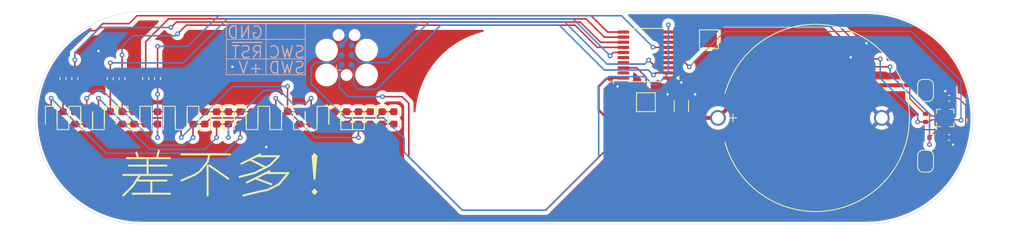
<source format=kicad_pcb>
(kicad_pcb (version 20240108) (generator "pcbnew") (generator_version "8.0")
  (layers (0 "F.Cu" signal) (31 "B.Cu" signal) (34 "B.Paste" user) (35 "F.Paste" user) (36 "B.SilkS" user "B.Silkscreen") (37 "F.SilkS" user "F.Silkscreen") (38 "B.Mask" user) (39 "F.Mask" user) (44 "Edge.Cuts" user))
  (net 0 "")
  (net 1 "+BATT")
  (net 2 "GND")
  (net 3 "Net-(D1-A)")
  (net 4 "Net-(D1-K)")
  (net 5 "Net-(D12-A)")
  (net 6 "Net-(D13-A)")
  (net 7 "Net-(D11-K)")
  (net 8 "Net-(D10-K)")
  (net 9 "/~{RST}")
  (net 10 "/SWDIO")
  (net 12 "/SWCLK")
  (net 13 "Net-(JP1-B)")
  (net 14 "Net-(JP2-B)")
  (net 15 "/ACCEL_SDA")
  (net 16 "/ACCEL_SCL")
  (net 17 "/LED_ARR_0")
  (net 18 "/LED_ARR_1")
  (net 19 "/LED_ARR_2")
  (net 20 "/LED_ARR_3")
  (net 21 "/LED_ARR_4")
  (net 22 "/LED_ARR_5")
  (net 23 "/BOOT0_DBG_TX")
  (net 24 "/DBG_RX")
  (net 30 "/ACCEL_INT")
  (footprint "Resistor_SMD:R_0402_1005Metric" (layer "F.Cu") (at 59.5 95 -90)
    (property "Reference" "R5" (hide yes))
    (property "Value" "100")
  )
  (footprint "LED_SMD:LED_0603_1608Metric" (layer "F.Cu") (at 64 100 -90)
    (property "Reference" "D10" (hide yes))
    (property "Value" "RED")
  )
  (footprint "LED_SMD:LED_0603_1608Metric" (layer "F.Cu") (at 97 100 -90)
    (property "Reference" "D8" (hide yes))
    (property "Value" "RED")
  )
  (footprint "Resistor_SMD:R_0402_1005Metric" (layer "F.Cu") (at 167.5 100 90)
    (property "Reference" "R2" (hide yes))
    (property "Value" "10k")
  )
  (footprint "parts:fixme_608_bearing" (layer "F.Cu") (at 114 100)
    (property "Reference" "H1" (hide yes))
    (property "Value" "MountingHole" (hide yes))
  )
  (footprint "TestPoint:TestPoint_Pad_2.0x2.0mm" (layer "F.Cu") (at 132 98)
    (property "Reference" "TP2" (hide yes))
    (property "Value" "TestPoint")
  )
  (footprint "LED_SMD:LED_0603_1608Metric" (layer "F.Cu") (at 92.5 100 -90)
    (property "Reference" "D9" (hide yes))
    (property "Value" "RED")
  )
  (footprint "LED_SMD:LED_0603_1608Metric" (layer "F.Cu") (at 86.5 100 -90)
    (property "Reference" "D11" (hide yes))
    (property "Value" "RED")
  )
  (footprint "LED_SMD:LED_0603_1608Metric" (layer "F.Cu") (at 79 100 90)
    (property "Reference" "D7" (hide yes))
    (property "Value" "RED")
  )
  (footprint "Capacitor_SMD:C_0402_1005Metric" (layer "F.Cu") (at 170.5 97.5 180)
    (property "Reference" "C2" (hide yes))
    (property "Value" "0.1 uF")
  )
  (footprint "LED_SMD:LED_0603_1608Metric" (layer "F.Cu") (at 83.5 100 -90)
    (property "Reference" "D16" (hide yes))
    (property "Value" "RED")
  )
  (footprint "Resistor_SMD:R_0402_1005Metric" (layer "F.Cu") (at 65.5 95 -90)
    (property "Reference" "R6" (hide yes))
    (property "Value" "100")
  )
  (footprint "LED_SMD:LED_0603_1608Metric" (layer "F.Cu") (at 62.5 100 90)
    (property "Reference" "D5" (hide yes))
    (property "Value" "RED")
  )
  (footprint "LED_SMD:LED_0603_1608Metric" (layer "F.Cu") (at 70 100 90)
    (property "Reference" "D2" (hide yes))
    (property "Value" "RED")
  )
  (footprint "LED_SMD:LED_0603_1608Metric" (layer "F.Cu") (at 74.5 100 -90)
    (property "Reference" "D22" (hide yes))
    (property "Value" "RED")
  )
  (footprint "Resistor_SMD:R_0402_1005Metric" (layer "F.Cu") (at 168.5 102.5)
    (property "Reference" "R1" (hide yes))
    (property "Value" "10k")
  )
  (footprint "LED_SMD:LED_0603_1608Metric" (layer "F.Cu") (at 73 100 90)
    (property "Reference" "D12" (hide yes))
    (property "Value" "RED")
  )
  (footprint "TestPoint:TestPoint_Pad_2.0x2.0mm" (layer "F.Cu") (at 140 90)
    (property "Reference" "TP1" (hide yes))
    (property "Value" "TestPoint")
  )
  (footprint "LED_SMD:LED_0603_1608Metric" (layer "F.Cu") (at 58 100 90)
    (property "Reference" "D1" (hide yes))
    (property "Value" "RED")
  )
  (footprint "LED_SMD:LED_0603_1608Metric" (layer "F.Cu") (at 85 100 90)
    (property "Reference" "D27" (hide yes))
    (property "Value" "RED")
  )
  (footprint "parts:Battery_MYOUNG_BS-07-A1BJ001_CR2032" (layer "F.Cu") (at 153.542546 100)
    (property "Reference" "BT1" (hide yes))
    (property "Value" "CR2032")
  )
  (footprint "LED_SMD:LED_0603_1608Metric" (layer "F.Cu") (at 82 100 90)
    (property "Reference" "D26" (hide yes))
    (property "Value" "RED")
  )
  (footprint "Capacitor_SMD:C_0402_1005Metric" (layer "F.Cu") (at 127.5 95.5 -90)
    (property "Reference" "C3" (hide yes))
    (property "Value" "0.1 uF")
  )
  (footprint "LED_SMD:LED_0603_1608Metric" (layer "F.Cu") (at 68.5 100 -90)
    (property "Reference" "D25" (hide yes))
    (property "Value" "RED")
  )
  (footprint "LED_SMD:LED_0603_1608Metric" (layer "F.Cu") (at 76 100 90)
    (property "Reference" "D17" (hide yes))
    (property "Value" "RED")
  )
  (footprint "LED_SMD:LED_0603_1608Metric" (layer "F.Cu") (at 100 100 90)
    (property "Reference" "D18" (hide yes))
    (property "Value" "RED")
  )
  (footprint "Jumper:SolderJumper-2_P1.3mm_Bridged_RoundedPad1.0x1.5mm" (layer "F.Cu") (at 167.5 105.5 90)
    (property "Reference" "JP2" (hide yes))
    (property "Value" "SolderJumper_2_Bridged")
  )
  (footprint "LED_SMD:LED_0603_1608Metric" (layer "F.Cu") (at 61 100 90)
    (property "Reference" "D3" (hide yes))
    (property "Value" "RED")
  )
  (footprint "Package_LGA:LGA-12_2x2mm_P0.5mm" (layer "F.Cu") (at 170 100 90)
    (property "Reference" "U2" (hide yes))
    (property "Value" "SC7A20")
  )
  (footprint "LED_SMD:LED_0603_1608Metric" (layer "F.Cu") (at 59.5 100 -90)
    (property "Reference" "D20" (hide yes))
    (property "Value" "RED")
  )
  (footprint "LED_SMD:LED_0603_1608Metric" (layer "F.Cu") (at 80.5 100 -90)
    (property "Reference" "D21" (hide yes))
    (property "Value" "RED")
  )
  (footprint "Resistor_SMD:R_0402_1005Metric" (layer "F.Cu") (at 64 95 -90)
    (property "Reference" "R7" (hide yes))
    (property "Value" "100")
  )
  (footprint "LED_SMD:LED_0603_1608Metric" (layer "F.Cu") (at 91 100 -90)
    (property "Reference" "D6" (hide yes))
    (property "Value" "RED")
  )
  (footprint "LED_SMD:LED_0603_1608Metric" (layer "F.Cu") (at 94 100 90)
    (property "Reference" "D14" (hide yes))
    (property "Value" "RED")
  )
  (footprint "LED_SMD:LED_0603_1608Metric" (layer "F.Cu") (at 77.5 100 -90)
    (property "Reference" "D24" (hide yes))
    (property "Value" "RED")
  )
  (footprint "LED_SMD:LED_0603_1608Metric" (layer "F.Cu") (at 95.5 100 90)
    (property "Reference" "D19" (hide yes))
    (property "Value" "RED")
  )
  (footprint "LED_SMD:LED_0603_1608Metric" (layer "F.Cu") (at 65.5 100 -90)
    (property "Reference" "D15" (hide yes))
    (property "Value" "RED")
  )
  (footprint "LED_SMD:LED_0603_1608Metric" (layer "F.Cu") (at 71.5 100 -90)
    (property "Reference" "D23" (hide yes))
    (property "Value" "RED")
  )
  (footprint "Resistor_SMD:R_0402_1005Metric" (layer "F.Cu") (at 58 95 -90)
    (property "Reference" "R3" (hide yes))
    (property "Value" "100")
  )
  (footprint "Resistor_SMD:R_0402_1005Metric" (layer "F.Cu") (at 68.5 95 -90)
    (property "Reference" "R4" (hide yes))
    (property "Value" "100")
  )
  (footprint "Jumper:SolderJumper-2_P1.3mm_Bridged_RoundedPad1.0x1.5mm" (layer "F.Cu") (at 167.5 96.5 -90)
    (property "Reference" "JP1" (hide yes))
    (property "Value" "SolderJumper_2_Bridged")
  )
  (footprint "LED_SMD:LED_0603_1608Metric" (layer "F.Cu") (at 67 100 90)
    (property "Reference" "D4" (hide yes))
    (property "Value" "RED")
  )
  (footprint "LED_SMD:LED_0603_1608Metric" (layer "F.Cu") (at 56.5 100 -90)
    (property "Reference" "D30" (hide yes))
    (property "Value" "RED")
  )
  (footprint "Capacitor_SMD:C_1206_3216Metric" (layer "F.Cu") (at 136.5 98.5 90)
    (property "Reference" "C4" (hide yes))
    (property "Value" "10 uF")
  )
  (footprint "Resistor_SMD:R_0402_1005Metric" (layer "F.Cu") (at 70 95 -90)
    (property "Reference" "R8" (hide yes))
    (property "Value" "100")
  )
  (footprint "LED_SMD:LED_0603_1608Metric" (layer "F.Cu") (at 89.5 100 90)
    (property "Reference" "D29" (hide yes))
    (property "Value" "RED")
  )
  (footprint "LED_SMD:LED_0603_1608Metric" (layer "F.Cu") (at 98.5 100 -90)
    (property "Reference" "D13" (hide yes))
    (property "Value" "RED")
  )
  (footprint "LED_SMD:LED_0603_1608Metric" (layer "F.Cu") (at 88 100 90)
    (property "Reference" "D28" (hide yes))
    (property "Value" "RED")
  )
  (footprint "Package_SO:TSSOP-20_4.4x6.5mm_P0.65mm" (layer "F.Cu") (at 132 92 180)
    (property "Reference" "U1" (hide yes))
    (property "Value" "PY32F002AF15P6")
  )
  (footprint "Capacitor_SMD:C_0402_1005Metric" (layer "F.Cu") (at 170.5 102.5)
    (property "Reference" "C1" (hide yes))
    (property "Value" "0.1 uF")
  )
  (footprint "Connector:Tag-Connect_TC2030-IDC-FP_2x03_P1.27mm_Vertical" (layer "B.Cu") (at 94 92 90)
    (property "Reference" "J1" (hide yes))
    (property "Value" "Conn_ARM_SWD_TagConnect_TC2030" (hide yes))
  )
  (gr_line (start 78.75 90) (end 88.75 90) (stroke (width 0.1)) (layer "B.SilkS"))
  (gr_line (start 88.75 92.5) (end 78.75 92.5) (stroke (width 0.1)) (layer "B.SilkS"))
  (gr_line (start 83.75 88) (end 83.75 94.5) (stroke (width 0.1)) (layer "B.SilkS"))
  (gr_line (start 78.75 88) (end 88.75 88) (stroke (width 0.1)) (layer "B.SilkS"))
  (gr_line (start 78.75 94.5) (end 78.75 88) (stroke (width 0.1)) (layer "B.SilkS"))
  (gr_line (start 88.75 94.5) (end 78.75 94.5) (stroke (width 0.1)) (layer "B.SilkS"))
  (gr_line (start 88.75 88) (end 88.75 94.5) (stroke (width 0.1)) (layer "B.SilkS"))
  (gr_arc (start 160 86.5) (mid 173.5 100) (end 160 113.5) (stroke (width 0.05)) (layer "Edge.Cuts"))
  (gr_line (start 114 86.5) (end 68 86.5) (stroke (width 0.05)) (layer "Edge.Cuts"))
  (gr_line (start 114 113.5) (end 160 113.5) (stroke (width 0.05)) (layer "Edge.Cuts"))
  (gr_arc (start 68 113.5) (mid 54.5 100) (end 68 86.5) (stroke (width 0.05)) (layer "Edge.Cuts"))
  (gr_line (start 114 86.5) (end 160 86.5) (stroke (width 0.05)) (layer "Edge.Cuts"))
  (gr_line (start 114 113.5) (end 68 113.5) (stroke (width 0.05)) (layer "Edge.Cuts"))
  (gr_text "GND" (at 83.5 90 0) (layer "B.SilkS") (effects (font (size 1.5 1.5)) (justify left bottom mirror)))
  (gr_text "SWD" (at 84 94.5 0) (layer "B.SilkS") (effects (font (size 1.5 1.5)) (justify right bottom mirror)))
  (gr_text "~{RST}" (at 83.5 92.5 0) (layer "B.SilkS") (effects (font (size 1.5 1.5)) (justify left bottom mirror)))
  (gr_text "SWC" (at 84 92.5 0) (layer "B.SilkS") (effects (font (size 1.5 1.5)) (justify right bottom mirror)))
  (gr_text "+V" (at 83.5 94.5 0) (layer "B.SilkS") (effects (font (size 1.5 1.5)) (justify left bottom mirror)))
  (gr_text "差不多！" (at 65 110.5 0) (layer "F.SilkS") (effects (font (size 5 5) (thickness 0.25)) (justify left bottom)))
  (segment (start 172.6 102.9) (end 172.6 98.4) (width 0.15) (layer "F.Cu") (net 1))
  (segment (start 170.02 103.72) (end 170.5 104.2) (width 0.15) (layer "F.Cu") (net 1))
  (segment (start 170.75 98.45) (end 170.98 98.22) (width 0.15) (layer "F.Cu") (net 1))
  (segment (start 135.475 101) (end 136.5 99.975) (width 0.3) (layer "F.Cu") (net 1))
  (segment (start 170.98 98.22) (end 170.98 97.5) (width 0.15) (layer "F.Cu") (net 1))
  (segment (start 129.1375 94.925) (end 127.595 94.925) (width 0.3) (layer "F.Cu") (net 1))
  (segment (start 136.525 100) (end 136.5 99.975) (width 0.5) (layer "F.Cu") (net 1))
  (segment (start 170.25 100.7625) (end 170.25 101.55) (width 0.15) (layer "F.Cu") (net 1))
  (segment (start 170.02 102.5) (end 170.02 103.72) (width 0.15) (layer "F.Cu") (net 1))
  (segment (start 169.2375 99.75) (end 168.25 99.75) (width 0.15) (layer "F.Cu") (net 1))
  (segment (start 167.99 99.49) (end 167.5 99.49) (width 0.15) (layer "F.Cu") (net 1))
  (segment (start 128 101) (end 126 99) (width 0.3) (layer "F.Cu") (net 1))
  (segment (start 171.7 97.5) (end 170.98 97.5) (width 0.15) (layer "F.Cu") (net 1))
  (segment (start 170.25 101.55) (end 170.02 101.78) (width 0.15) (layer "F.Cu") (net 1))
  (segment (start 167.44 99.49) (end 165.5 97.55) (width 0.15) (layer "F.Cu") (net 1))
  (segment (start 101.9 98.15) (end 101.05 97.3) (width 0.2) (layer "F.Cu") (net 1))
  (segment (start 126.98 95.02) (end 127.5 95.02) (width 0.3) (layer "F.Cu") (net 1))
  (segment (start 171.3 104.2) (end 172.6 102.9) (width 0.15) (layer "F.Cu") (net 1))
  (segment (start 168.25 99.75) (end 167.99 99.49) (width 0.15) (layer "F.Cu") (net 1))
  (segment (start 170.3 95.5) (end 169.075 95.5) (width 0.15) (layer "F.Cu") (net 1))
  (segment (start 170.75 99.2375) (end 170.75 98.45) (width 0.15) (layer "F.Cu") (net 1))
  (segment (start 126 99) (end 126 96) (width 0.3) (layer "F.Cu") (net 1))
  (segment (start 127.595 94.925) (end 127.5 95.02) (width 0.3) (layer "F.Cu") (net 1))
  (segment (start 145.292546 95.85) (end 141.142546 100) (width 0.5) (layer "F.Cu") (net 1))
  (segment (start 128 101) (end 127 102) (width 0.2) (layer "F.Cu") (net 1))
  (segment (start 127 102) (end 127 104) (width 0.2) (layer "F.Cu") (net 1))
  (segment (start 167.5 99.49) (end 167.44 99.49) (width 0.15) (layer "F.Cu") (net 1))
  (segment (start 101.9 104.95) (end 101.9 98.15) (width 0.2) (layer "F.Cu") (net 1))
  (segment (start 170.98 96.18) (end 170.3 95.5) (width 0.15) (layer "F.Cu") (net 1))
  (segment (start 170.02 101.78) (end 170.02 102.5) (width 0.15) (layer "F.Cu") (net 1))
  (segment (start 127 104) (end 119.25 111.75) (width 0.2) (layer "F.Cu") (net 1))
  (segment (start 172.6 98.4) (end 171.7 97.5) (width 0.15) (layer "F.Cu") (net 1))
  (segment (start 128 101) (end 135.475 101) (width 0.3) (layer "F.Cu") (net 1))
  (segment (start 126 96) (end 126.98 95.02) (width 0.3) (layer "F.Cu") (net 1))
  (segment (start 119.25 111.75) (end 108.7 111.75) (width 0.2) (layer "F.Cu") (net 1))
  (segment (start 170.5 104.2) (end 171.3 104.2) (width 0.15) (layer "F.Cu") (net 1))
  (segment (start 165.5 97.55) (end 165.5 95.85) (width 0.15) (layer "F.Cu") (net 1))
  (segment (start 108.7 111.75) (end 101.9 104.95) (width 0.2) (layer "F.Cu") (net 1))
  (segment (start 169.075 95.5) (end 168.725 95.85) (width 0.15) (layer "F.Cu") (net 1))
  (segment (start 101.05 97.3) (end 98.55 97.3) (width 0.2) (layer "F.Cu") (net 1))
  (segment (start 168.725 95.85) (end 167.5 95.85) (width 0.15) (layer "F.Cu") (net 1))
  (segment (start 170.98 97.5) (end 170.98 96.18) (width 0.15) (layer "F.Cu") (net 1))
  (segment (start 167.5 95.85) (end 145.292546 95.85) (width 0.5) (layer "F.Cu") (net 1))
  (segment (start 141.142546 100) (end 136.525 100) (width 0.5) (layer "F.Cu") (net 1))
  (segment (start 169.01 102.5) (end 170.02 102.5) (width 0.15) (layer "F.Cu") (net 1))
  (via (at 98.55 97.3) (size 0.6) (drill 0.3) (layers "F.Cu" "B.Cu") (net 1))
  (segment (start 93.1 93.535) (end 93.1 94.85) (width 0.2) (layer "B.Cu") (net 1))
  (segment (start 93.1 95) (end 93.1 96.2) (width 0.2) (layer "B.Cu") (net 1))
  (segment (start 93.365 93.27) (end 93.1 93.535) (width 0.2) (layer "B.Cu") (net 1))
  (segment (start 93.1 94.85) (end 93.1 95) (width 0.2) (layer "B.Cu") (net 1))
  (segment (start 94.2 97.3) (end 98.55 97.3) (width 0.2) (layer "B.Cu") (net 1))
  (segment (start 93.1 96.2) (end 94.2 97.3) (width 0.2) (layer "B.Cu") (net 1))
  (segment (start 169.75 98.75) (end 170 98.5) (width 0.15) (layer "F.Cu") (net 2))
  (segment (start 170.25 99.2375) (end 170.25 98.75) (width 0.15) (layer "F.Cu") (net 2))
  (segment (start 170 98.5) (end 170.02 98.48) (width 0.15) (layer "F.Cu") (net 2))
  (segment (start 170.98 103.4) (end 170.98 102.5) (width 0.15) (layer "F.Cu") (net 2))
  (segment (start 170.75 101.55) (end 170.98 101.78) (width 0.15) (layer "F.Cu") (net 2))
  (segment (start 170.98 101.78) (end 170.98 102.5) (width 0.15) (layer "F.Cu") (net 2))
  (segment (start 127.5 95.98) (end 128.38 95.98) (width 0.3) (layer "F.Cu") (net 2))
  (segment (start 170.02 98.48) (end 170.02 97.5) (width 0.15) (layer "F.Cu") (net 2))
  (segment (start 170.25 98.75) (end 170 98.5) (width 0.15) (layer "F.Cu") (net 2))
  (segment (start 170.02 96.62) (end 170 96.6) (width 0.15) (layer "F.Cu") (net 2))
  (segment (start 170.02 97.5) (end 170.02 96.62) (width 0.15) (layer "F.Cu") (net 2))
  (segment (start 170.75 100.7625) (end 170.75 101.55) (width 0.15) (layer "F.Cu") (net 2))
  (segment (start 169.75 99.2375) (end 169.75 98.75) (width 0.15) (layer "F.Cu") (net 2))
  (segment (start 128.38 95.98) (end 128.4 96) (width 0.3) (layer "F.Cu") (net 2))
  (via (at 128.4 96) (size 0.6) (drill 0.3) (layers "F.Cu" "B.Cu") (net 2))
  (via (at 170 96.6) (size 0.6) (drill 0.3) (layers "F.Cu" "B.Cu") (net 2))
  (via (at 170.98 103.4) (size 0.6) (drill 0.3) (layers "F.Cu" "B.Cu") (net 2))
  (via (at 134.75 97) (size 0.6) (drill 0.3) (layers "F.Cu" "B.Cu") (net 2))
  (via (at 79.5 93.5) (size 0.6) (drill 0.3) (layers "F.Cu" "B.Cu") (net 2))
  (via (at 62.5 91.5) (size 0.6) (drill 0.3) (layers "F.Cu" "B.Cu") (net 2))
  (via (at 160 90.5) (size 0.6) (drill 0.3) (layers "F.Cu" "B.Cu") (net 2))
  (via (at 136.5 95.5) (size 0.6) (drill 0.3) (layers "F.Cu" "B.Cu") (net 2))
  (via (at 138.25 97) (size 0.6) (drill 0.3) (layers "F.Cu" "B.Cu") (net 2))
  (via (at 83.8 103.7) (size 0.6) (drill 0.3) (layers "F.Cu" "B.Cu") (net 2))
  (via (at 158 92.3) (size 0.6) (drill 0.3) (layers "F.Cu" "B.Cu") (net 2))
  (segment (start 94 90.095) (end 94 89.05) (width 0.3) (layer "B.Cu") (net 2))
  (segment (start 93.365 90.73) (end 94 90.095) (width 0.3) (layer "B.Cu") (net 2))
  (segment (start 80.5 100.7875) (end 91 100.7875) (width 0.2) (layer "F.Cu") (net 3))
  (segment (start 58 99.2125) (end 56.5 99.2125) (width 0.2) (layer "F.Cu") (net 3))
  (segment (start 80.5 100.7875) (end 80.5 102.5) (width 0.2) (layer "F.Cu") (net 3))
  (segment (start 56.5 97.5) (end 56.5 99.2125) (width 0.2) (layer "F.Cu") (net 3))
  (segment (start 58 95.51) (end 58 99.2125) (width 0.2) (layer "F.Cu") (net 3))
  (via (at 56.5 97.5) (size 0.6) (drill 0.3) (layers "F.Cu" "B.Cu") (net 3))
  (via (at 80.5 102.5) (size 0.6) (drill 0.3) (layers "F.Cu" "B.Cu") (net 3))
  (segment (start 80.5 102.5) (end 78.5 104.5) (width 0.2) (layer "B.Cu") (net 3))
  (segment (start 63.5 104.5) (end 56.5 97.5) (width 0.2) (layer "B.Cu") (net 3))
  (segment (start 78.5 104.5) (end 63.5 104.5) (width 0.2) (layer "B.Cu") (net 3))
  (segment (start 56.5 100.7875) (end 70 100.7875) (width 0.2) (layer "F.Cu") (net 4))
  (segment (start 70 102.5) (end 70 100.7875) (width 0.2) (layer "F.Cu") (net 4))
  (segment (start 70 95.51) (end 70 97) (width 0.2) (layer "F.Cu") (net 4))
  (via (at 70 102.5) (size 0.6) (drill 0.3) (layers "F.Cu" "B.Cu") (net 4))
  (via (at 70 97) (size 0.6) (drill 0.3) (layers "F.Cu" "B.Cu") (net 4))
  (segment (start 70 97) (end 70 102.5) (width 0.2) (layer "B.Cu") (net 4))
  (segment (start 68.5 99.2125) (end 82 99.2125) (width 0.2) (layer "F.Cu") (net 5))
  (segment (start 68.5 95.51) (end 68.5 99.2125) (width 0.2) (layer "F.Cu") (net 5))
  (segment (start 61 97.5) (end 61 99.2125) (width 0.2) (layer "F.Cu") (net 6))
  (segment (start 74.5 100.7875) (end 74.5 102.5) (width 0.2) (layer "F.Cu") (net 6))
  (segment (start 74.5 100.7875) (end 76 100.7875) (width 0.2) (layer "F.Cu") (net 6))
  (segment (start 95.5 100.7875) (end 95.5 102.5) (width 0.2) (layer "F.Cu") (net 6))
  (segment (start 76.7875 100) (end 76 100.7875) (width 0.2) (layer "F.Cu") (net 6))
  (segment (start 85 99.2125) (end 83.5 99.2125) (width 0.2) (layer "F.Cu") (net 6))
  (segment (start 83.5 99.2125) (end 82.7125 100) (width 0.2) (layer "F.Cu") (net 6))
  (segment (start 59.5 95.51) (end 59.5 99.2125) (width 0.2) (layer "F.Cu") (net 6))
  (segment (start 82.7125 100) (end 76.7875 100) (width 0.2) (layer "F.Cu") (net 6))
  (segment (start 85 97.5) (end 85 99.2125) (width 0.2) (layer "F.Cu") (net 6))
  (segment (start 59.5 99.2125) (end 61 99.2125) (width 0.2) (layer "F.Cu") (net 6))
  (segment (start 95.5 100.7875) (end 100 100.7875) (width 0.2) (layer "F.Cu") (net 6))
  (via (at 95.5 102.5) (size 0.6) (drill 0.3) (layers "F.Cu" "B.Cu") (net 6))
  (via (at 61 97.5) (size 0.6) (drill 0.3) (layers "F.Cu" "B.Cu") (net 6))
  (via (at 74.5 102.5) (size 0.6) (drill 0.3) (layers "F.Cu" "B.Cu") (net 6))
  (via (at 85 97.5) (size 0.6) (drill 0.3) (layers "F.Cu" "B.Cu") (net 6))
  (segment (start 73.5 103.5) (end 70 103.5) (width 0.2) (layer "B.Cu") (net 6))
  (segment (start 74.5 102.5) (end 73.5 103.5) (width 0.2) (layer "B.Cu") (net 6))
  (segment (start 90 102.5) (end 85 97.5) (width 0.2) (layer "B.Cu") (net 6))
  (segment (start 62 96.5) (end 61 97.5) (width 0.2) (layer "B.Cu") (net 6))
  (segment (start 63 96.5) (end 62 96.5) (width 0.2) (layer "B.Cu") (net 6))
  (segment (start 95.5 102.5) (end 90 102.5) (width 0.2) (layer "B.Cu") (net 6))
  (segment (start 70 103.5) (end 63 96.5) (width 0.2) (layer "B.Cu") (net 6))
  (segment (start 94.7875 100) (end 94 100.7875) (width 0.2) (layer "F.Cu") (net 7))
  (segment (start 88 99.2125) (end 86.5 99.2125) (width 0.2) (layer "F.Cu") (net 7))
  (segment (start 73 102.5) (end 73 100.7875) (width 0.2) (layer "F.Cu") (net 7))
  (segment (start 71.5 100.7875) (end 70.7125 100) (width 0.2) (layer "F.Cu") (net 7))
  (segment (start 98.5 99.2125) (end 97.7125 100) (width 0.2) (layer "F.Cu") (net 7))
  (segment (start 88.7875 100) (end 88 99.2125) (width 0.2) (layer "F.Cu") (net 7))
  (segment (start 100 99.2125) (end 98.5 99.2125) (width 0.2) (layer "F.Cu") (net 7))
  (segment (start 67 99.2125) (end 65.5 99.2125) (width 0.2) (layer "F.Cu") (net 7))
  (segment (start 92.5 100.7875) (end 91.7125 100) (width 0.2) (layer "F.Cu") (net 7))
  (segment (start 94 100.7875) (end 92.5 100.7875) (width 0.2) (layer "F.Cu") (net 7))
  (segment (start 86.5 99.2125) (end 86.5 96) (width 0.2) (layer "F.Cu") (net 7))
  (segment (start 91.7125 100) (end 88.7875 100) (width 0.2) (layer "F.Cu") (net 7))
  (segment (start 67.7875 100) (end 67 99.2125) (width 0.2) (layer "F.Cu") (net 7))
  (segment (start 70.7125 100) (end 67.7875 100) (width 0.2) (layer "F.Cu") (net 7))
  (segment (start 71.5 100.7875) (end 73 100.7875) (width 0.2) (layer "F.Cu") (net 7))
  (segment (start 65.5 95.51) (end 65.5 99.2125) (width 0.2) (layer "F.Cu") (net 7))
  (segment (start 97.7125 100) (end 94.7875 100) (width 0.2) (layer "F.Cu") (net 7))
  (via (at 73 102.5) (size 0.6) (drill 0.3) (layers "F.Cu" "B.Cu") (net 7))
  (via (at 86.5 96) (size 0.6) (drill 0.3) (layers "F.Cu" "B.Cu") (net 7))
  (segment (start 79.5 96) (end 73 102.5) (width 0.2) (layer "B.Cu") (net 7))
  (segment (start 86.5 96) (end 79.5 96) (width 0.2) (layer "B.Cu") (net 7))
  (segment (start 62.5 97.5) (end 62.5 99.2125) (width 0.2) (layer "F.Cu") (net 8))
  (segment (start 77.5 100.7875) (end 79 100.7875) (width 0.2) (layer "F.Cu") (net 8))
  (segment (start 89.5 99.2125) (end 89.5 97.5) (width 0.2) (layer "F.Cu") (net 8))
  (segment (start 79 102.5) (end 79 100.7875) (width 0.2) (layer "F.Cu") (net 8))
  (segment (start 64 99.2125) (end 62.5 99.2125) (width 0.2) (layer "F.Cu") (net 8))
  (segment (start 77.5 100.7875) (end 77.5 102.5) (width 0.2) (layer "F.Cu") (net 8))
  (segment (start 89.5 99.2125) (end 97 99.2125) (width 0.2) (layer "F.Cu") (net 8))
  (segment (start 64 95.51) (end 64 99.2125) (width 0.2) (layer "F.Cu") (net 8))
  (via (at 62.5 97.5) (size 0.6) (drill 0.3) (layers "F.Cu" "B.Cu") (net 8))
  (via (at 89.5 97.5) (size 0.6) (drill 0.3) (layers "F.Cu" "B.Cu") (net 8))
  (via (at 77.5 102.5) (size 0.6) (drill 0.3) (layers "F.Cu" "B.Cu") (net 8))
  (via (at 79 102.5) (size 0.6) (drill 0.3) (layers "F.Cu" "B.Cu") (net 8))
  (segment (start 83.5 96.5) (end 79 101) (width 0.2) (layer "B.Cu") (net 8))
  (segment (start 88.9 98.1) (end 87.1 98.1) (width 0.2) (layer "B.Cu") (net 8))
  (segment (start 76 104) (end 69 104) (width 0.2) (layer "B.Cu") (net 8))
  (segment (start 89.5 97.5) (end 88.9 98.1) (width 0.2) (layer "B.Cu") (net 8))
  (segment (start 77.5 102.5) (end 76 104) (width 0.2) (layer "B.Cu") (net 8))
  (segment (start 79 101) (end 79 102.5) (width 0.2) (layer "B.Cu") (net 8))
  (segment (start 85.5 96.5) (end 83.5 96.5) (width 0.2) (layer "B.Cu") (net 8))
  (segment (start 87.1 98.1) (end 85.5 96.5) (width 0.2) (layer "B.Cu") (net 8))
  (segment (start 69 104) (end 62.5 97.5) (width 0.2) (layer "B.Cu") (net 8))
  (segment (start 134.8625 88.1625) (end 134.85 88.15) (width 0.2) (layer "F.Cu") (net 9))
  (segment (start 134.8625 89.075) (end 134.8625 88.1625) (width 0.2) (layer "F.Cu") (net 9))
  (via (at 134.85 88.15) (size 0.6) (drill 0.3) (layers "F.Cu" "B.Cu") (net 9))
  (segment (start 98.7 100) (end 93.85 100) (width 0.2) (layer "B.Cu") (net 9))
  (segment (start 131.85 94.75) (end 127.3 94.75) (width 0.2) (layer "B.Cu") (net 9))
  (segment (start 119.3 111.75) (end 108.7 111.75) (width 0.2) (layer "B.Cu") (net 9))
  (segment (start 101.3 104.35) (end 101.3 102.6) (width 0.2) (layer "B.Cu") (net 9))
  (segment (start 93.85 100) (end 89.5 95.65) (width 0.2) (layer "B.Cu") (net 9))
  (segment (start 89.5 95.65) (end 89.5 93.5) (width 0.2) (layer "B.Cu") (net 9))
  (segment (start 126 105.05) (end 119.3 111.75) (width 0.2) (layer "B.Cu") (net 9))
  (segment (start 126 96.05) (end 126 105.05) (width 0.2) (layer "B.Cu") (net 9))
  (segment (start 132.85 95.75) (end 131.85 94.75) (width 0.2) (layer "B.Cu") (net 9))
  (segment (start 89.5 93.5) (end 90.05 92.95) (width 0.2) (layer "B.Cu") (net 9))
  (segment (start 134.85 94.35) (end 133.45 95.75) (width 0.2) (layer "B.Cu") (net 9))
  (segment (start 133.45 95.75) (end 132.85 95.75) (width 0.2) (layer "B.Cu") (net 9))
  (segment (start 108.7 111.75) (end 101.3 104.35) (width 0.2) (layer "B.Cu") (net 9))
  (segment (start 101.3 102.6) (end 98.7 100) (width 0.2) (layer "B.Cu") (net 9))
  (segment (start 134.85 88.15) (end 134.85 94.35) (width 0.2) (layer "B.Cu") (net 9))
  (segment (start 92.415 92.95) (end 93.365 92) (width 0.2) (layer "B.Cu") (net 9))
  (segment (start 90.05 92.95) (end 92.415 92.95) (width 0.2) (layer "B.Cu") (net 9))
  (segment (start 127.3 94.75) (end 126 96.05) (width 0.2) (layer "B.Cu") (net 9))
  (segment (start 134.8625 94.275) (end 133.225 94.275) (width 0.2) (layer "F.Cu") (net 10))
  (segment (start 133.225 94.275) (end 132.95 94.55) (width 0.2) (layer "F.Cu") (net 10))
  (via (at 132.95 94.55) (size 0.6) (drill 0.3) (layers "F.Cu" "B.Cu") (net 10))
  (segment (start 94.9 95.1) (end 94.9 95.3) (width 0.2) (layer "B.Cu") (net 10))
  (segment (start 94.9 93.535) (end 94.9 95.1) (width 0.2) (layer "B.Cu") (net 10))
  (segment (start 95.45 96.35) (end 94.9 95.8) (width 0.2) (layer "B.Cu") (net 10))
  (segment (start 97.8 96.35) (end 95.45 96.35) (width 0.2) (layer "B.Cu") (net 10))
  (segment (start 126.7 93.9) (end 121 88.2) (width 0.2) (layer "B.Cu") (net 10))
  (segment (start 121 88.2) (end 105.95 88.2) (width 0.2) (layer "B.Cu") (net 10))
  (segment (start 94.9 95.3) (end 94.9 95.8) (width 0.2) (layer "B.Cu") (net 10))
  (segment (start 105.95 88.2) (end 97.8 96.35) (width 0.2) (layer "B.Cu") (net 10))
  (segment (start 94.635 93.27) (end 94.9 93.535) (width 0.2) (layer "B.Cu") (net 10))
  (segment (start 132.95 94.55) (end 132.3 93.9) (width 0.2) (layer "B.Cu") (net 10))
  (segment (start 132.3 93.9) (end 126.7 93.9) (width 0.2) (layer "B.Cu") (net 10))
  (segment (start 134.8625 93.625) (end 133.325 93.625) (width 0.2) (layer "F.Cu") (net 12))
  (segment (start 133.325 93.625) (end 132.35 92.65) (width 0.2) (layer "F.Cu") (net 12))
  (via (at 132.35 92.65) (size 0.6) (drill 0.3) (layers "F.Cu" "B.Cu") (net 12))
  (segment (start 104.45 87.8) (end 99.3 92.95) (width 0.2) (layer "B.Cu") (net 12))
  (segment (start 95.585 92.95) (end 94.635 92) (width 0.2) (layer "B.Cu") (net 12))
  (segment (start 99.3 92.95) (end 95.585 92.95) (width 0.2) (layer "B.Cu") (net 12))
  (segment (start 132.35 92.65) (end 131.85 93.15) (width 0.2) (layer "B.Cu") (net 12))
  (segment (start 121.7 87.8) (end 104.45 87.8) (width 0.2) (layer "B.Cu") (net 12))
  (segment (start 131.85 93.15) (end 127.05 93.15) (width 0.2) (layer "B.Cu") (net 12))
  (segment (start 127.05 93.15) (end 121.7 87.8) (width 0.2) (layer "B.Cu") (net 12))
  (segment (start 169.25 98.45) (end 167.95 97.15) (width 0.15) (layer "F.Cu") (net 13))
  (segment (start 167.95 97.15) (end 167.5 97.15) (width 0.15) (layer "F.Cu") (net 13))
  (segment (start 169.25 99.2375) (end 169.25 98.45) (width 0.15) (layer "F.Cu") (net 13))
  (segment (start 167.4 101.5) (end 166.6 102.3) (width 0.15) (layer "F.Cu") (net 14))
  (segment (start 169.25 100.7625) (end 169.25 101.25) (width 0.15) (layer "F.Cu") (net 14))
  (segment (start 169.25 101.25) (end 169 101.5) (width 0.15) (layer "F.Cu") (net 14))
  (segment (start 166.6 102.3) (end 166.6 103.95) (width 0.15) (layer "F.Cu") (net 14))
  (segment (start 169 101.5) (end 167.4 101.5) (width 0.15) (layer "F.Cu") (net 14))
  (segment (start 166.6 103.95) (end 167.5 104.85) (width 0.15) (layer "F.Cu") (net 14))
  (segment (start 168.69 101.8) (end 167.99 102.5) (width 0.15) (layer "F.Cu") (net 15))
  (segment (start 169.4 101.8) (end 168.69 101.8) (width 0.15) (layer "F.Cu") (net 15))
  (segment (start 137.8 89.7) (end 137.125 90.375) (width 0.2) (layer "F.Cu") (net 15))
  (segment (start 160.5 93.5) (end 154.9 87.9) (width 0.2) (layer "F.Cu") (net 15))
  (segment (start 169.75 100.7625) (end 169.75 101.45) (width 0.15) (layer "F.Cu") (net 15))
  (segment (start 168 103.4) (end 167.99 103.39) (width 0.15) (layer "F.Cu") (net 15))
  (segment (start 154.9 87.9) (end 138.5 87.9) (width 0.2) (layer "F.Cu") (net 15))
  (segment (start 169.75 101.45) (end 169.4 101.8) (width 0.15) (layer "F.Cu") (net 15))
  (segment (start 167.99 103.39) (end 167.99 102.5) (width 0.15) (layer "F.Cu") (net 15))
  (segment (start 163 93.5) (end 160.5 93.5) (width 0.2) (layer "F.Cu") (net 15))
  (segment (start 137.8 88.6) (end 137.8 89.7) (width 0.2) (layer "F.Cu") (net 15))
  (segment (start 137.125 90.375) (end 134.8625 90.375) (width 0.2) (layer "F.Cu") (net 15))
  (segment (start 138.5 87.9) (end 137.8 88.6) (width 0.2) (layer "F.Cu") (net 15))
  (via (at 163 93.5) (size 0.6) (drill 0.3) (layers "F.Cu" "B.Cu") (net 15))
  (via (at 168 103.4) (size 0.6) (drill 0.3) (layers "F.Cu" "B.Cu") (net 15))
  (segment (start 163 93.5) (end 163 94.5) (width 0.2) (layer "B.Cu") (net 15))
  (segment (start 168 99.5) (end 168 103.4) (width 0.2) (layer "B.Cu") (net 15))
  (segment (start 163 94.5) (end 168 99.5) (width 0.2) (layer "B.Cu") (net 15))
  (segment (start 167.5 100.51) (end 166.51 100.51) (width 0.15) (layer "F.Cu") (net 16))
  (segment (start 166.51 100.51) (end 166.5 100.5) (width 0.15) (layer "F.Cu") (net 16))
  (segment (start 138.2 87.3) (end 137.2 88.3) (width 0.2) (layer "F.Cu") (net 16))
  (segment (start 161.75 92.5) (end 160.7 92.5) (width 0.2) (layer "F.Cu") (net 16))
  (segment (start 136.475 89.725) (end 134.8625 89.725) (width 0.2) (layer "F.Cu") (net 16))
  (segment (start 167.5 100.51) (end 167.99 100.51) (width 0.15) (layer "F.Cu") (net 16))
  (segment (start 155.5 87.3) (end 138.2 87.3) (width 0.2) (layer "F.Cu") (net 16))
  (segment (start 137.2 89) (end 136.475 89.725) (width 0.2) (layer "F.Cu") (net 16))
  (segment (start 168.25 100.25) (end 169.2375 100.25) (width 0.15) (layer "F.Cu") (net 16))
  (segment (start 160.7 92.5) (end 155.5 87.3) (width 0.2) (layer "F.Cu") (net 16))
  (segment (start 167.99 100.51) (end 168.25 100.25) (width 0.15) (layer "F.Cu") (net 16))
  (segment (start 137.2 88.3) (end 137.2 89) (width 0.2) (layer "F.Cu") (net 16))
  (via (at 161.75 92.5) (size 0.6) (drill 0.3) (layers "F.Cu" "B.Cu") (net 16))
  (via (at 166.5 100.5) (size 0.6) (drill 0.3) (layers "F.Cu" "B.Cu") (net 16))
  (segment (start 161.75 94.95) (end 166.5 99.7) (width 0.2) (layer "B.Cu") (net 16))
  (segment (start 166.5 99.7) (end 166.5 100.5) (width 0.2) (layer "B.Cu") (net 16))
  (segment (start 161.75 92.5) (end 161.75 94.95) (width 0.2) (layer "B.Cu") (net 16))
  (segment (start 127.125 89.075) (end 129.1375 89.075) (width 0.2) (layer "F.Cu") (net 17))
  (segment (start 61.4 88.9) (end 62.15 88.9) (width 0.2) (layer "F.Cu") (net 17))
  (segment (start 66.4 88) (end 67.4 87) (width 0.2) (layer "F.Cu") (net 17))
  (segment (start 58 94.49) (end 58 92.3) (width 0.2) (layer "F.Cu") (net 17))
  (segment (start 58 92.3) (end 61.4 88.9) (width 0.2) (layer "F.Cu") (net 17))
  (segment (start 67.4 87) (end 125.05 87) (width 0.2) (layer "F.Cu") (net 17))
  (segment (start 62.15 88.9) (end 63.05 88) (width 0.2) (layer "F.Cu") (net 17))
  (segment (start 125.05 87) (end 127.125 89.075) (width 0.2) (layer "F.Cu") (net 17))
  (segment (start 63.05 88) (end 66.4 88) (width 0.2) (layer "F.Cu") (net 17))
  (segment (start 126.725 89.725) (end 124.4 87.4) (width 0.2) (layer "F.Cu") (net 18))
  (segment (start 124.4 87.4) (end 71.4 87.4) (width 0.2) (layer "F.Cu") (net 18))
  (segment (start 71.4 87.4) (end 68.5 90.3) (width 0.2) (layer "F.Cu") (net 18))
  (segment (start 129.1375 89.725) (end 126.725 89.725) (width 0.2) (layer "F.Cu") (net 18))
  (segment (start 68.5 90.3) (end 68.5 94.49) (width 0.2) (layer "F.Cu") (net 18))
  (segment (start 129.1375 90.375) (end 126.225 90.375) (width 0.2) (layer "F.Cu") (net 19))
  (segment (start 72.4 87.8) (end 71.7 88.5) (width 0.2) (layer "F.Cu") (net 19))
  (segment (start 126.225 90.375) (end 123.65 87.8) (width 0.2) (layer "F.Cu") (net 19))
  (segment (start 76.95 87.8) (end 72.4 87.8) (width 0.2) (layer "F.Cu") (net 19))
  (segment (start 59.5 92.6) (end 59.5 94.49) (width 0.2) (layer "F.Cu") (net 19))
  (segment (start 123.65 87.8) (end 76.95 87.8) (width 0.2) (layer "F.Cu") (net 19))
  (via (at 59.5 92.6) (size 0.6) (drill 0.3) (layers "F.Cu" "B.Cu") (net 19))
  (via (at 71.7 88.5) (size 0.6) (drill 0.3) (layers "F.Cu" "B.Cu") (net 19))
  (segment (start 59.5 91.7) (end 62.7 88.5) (width 0.2) (layer "B.Cu") (net 19))
  (segment (start 62.7 88.5) (end 71.7 88.5) (width 0.2) (layer "B.Cu") (net 19))
  (segment (start 59.5 92.6) (end 59.5 91.7) (width 0.2) (layer "B.Cu") (net 19))
  (segment (start 123 88.2) (end 125.825 91.025) (width 0.2) (layer "F.Cu") (net 20))
  (segment (start 125.825 91.025) (end 129.1375 91.025) (width 0.2) (layer "F.Cu") (net 20))
  (segment (start 65.5 92) (end 65.5 94.49) (width 0.2) (layer "F.Cu") (net 20))
  (segment (start 73.65 88.2) (end 123 88.2) (width 0.2) (layer "F.Cu") (net 20))
  (segment (start 72.55 89.3) (end 73.65 88.2) (width 0.2) (layer "F.Cu") (net 20))
  (via (at 65.5 92) (size 0.6) (drill 0.3) (layers "F.Cu" "B.Cu") (net 20))
  (via (at 72.55 89.3) (size 0.6) (drill 0.3) (layers "F.Cu" "B.Cu") (net 20))
  (segment (start 72.55 89.3) (end 72.3 89.55) (width 0.2) (layer "B.Cu") (net 20))
  (segment (start 72.3 89.55) (end 66.85 89.55) (width 0.2) (layer "B.Cu") (net 20))
  (segment (start 66.85 89.55) (end 65.5 90.9) (width 0.2) (layer "B.Cu") (net 20))
  (segment (start 65.5 90.9) (end 65.5 92) (width 0.2) (layer "B.Cu") (net 20))
  (segment (start 64 93) (end 64 94.49) (width 0.2) (layer "F.Cu") (net 21))
  (segment (start 127.875 91.675) (end 127.45 92.1) (width 0.2) (layer "F.Cu") (net 21))
  (segment (start 129.1375 91.675) (end 127.875 91.675) (width 0.2) (layer "F.Cu") (net 21))
  (via (at 64 93) (size 0.6) (drill 0.3) (layers "F.Cu" "B.Cu") (net 21))
  (via (at 127.45 92.1) (size 0.6) (drill 0.3) (layers "F.Cu" "B.Cu") (net 21))
  (segment (start 127.45 92.1) (end 122.75 87.4) (width 0.2) (layer "B.Cu") (net 21))
  (segment (start 78.85 87.4) (end 74.55 91.7) (width 0.2) (layer "B.Cu") (net 21))
  (segment (start 122.75 87.4) (end 121.8 87.4) (width 0.2) (layer "B.Cu") (net 21))
  (segment (start 121.8 87.4) (end 78.85 87.4) (width 0.2) (layer "B.Cu") (net 21))
  (segment (start 74.55 91.7) (end 73.25 93) (width 0.2) (layer "B.Cu") (net 21))
  (segment (start 73.25 93) (end 64 93) (width 0.2) (layer "B.Cu") (net 21))
  (segment (start 134.8625 91.025) (end 132.925 91.025) (width 0.2) (layer "F.Cu") (net 22))
  (segment (start 132.925 91.025) (end 132.9 91) (width 0.2) (layer "F.Cu") (net 22))
  (segment (start 70 90.9) (end 70 94.49) (width 0.2) (layer "F.Cu") (net 22))
  (via (at 132.9 91) (size 0.6) (drill 0.3) (layers "F.Cu" "B.Cu") (net 22))
  (via (at 70 90.9) (size 0.6) (drill 0.3) (layers "F.Cu" "B.Cu") (net 22))
  (segment (start 123.3 87) (end 77.75 87) (width 0.2) (layer "B.Cu") (net 22))
  (segment (start 128.9 87) (end 123.3 87) (width 0.2) (layer "B.Cu") (net 22))
  (segment (start 73.85 90.9) (end 70 90.9) (width 0.2) (layer "B.Cu") (net 22))
  (segment (start 132.9 91) (end 128.9 87) (width 0.2) (layer "B.Cu") (net 22))
  (segment (start 77.75 87) (end 73.85 90.9) (width 0.2) (layer "B.Cu") (net 22))
  (segment (start 134.8625 92.325) (end 137.675 92.325) (width 0.2) (layer "F.Cu") (net 23))
  (segment (start 137.675 92.325) (end 140 90) (width 0.2) (layer "F.Cu") (net 23))
  (segment (start 132 94.8) (end 132 98) (width 0.2) (layer "F.Cu") (net 24))
  (segment (start 130.825 93.625) (end 132 94.8) (width 0.2) (layer "F.Cu") (net 24))
  (segment (start 129.1375 93.625) (end 130.825 93.625) (width 0.2) (layer "F.Cu") (net 24))
  (segment (start 170.7625 100.25) (end 171.95 100.25) (width 0.15) (layer "F.Cu") (net 30))
  (segment (start 136.975 92.975) (end 137.5 93.5) (width 0.2) (layer "F.Cu") (net 30))
  (segment (start 171.95 100.25) (end 172 100.3) (width 0.15) (layer "F.Cu") (net 30))
  (segment (start 134.8625 92.975) (end 136.975 92.975) (width 0.2) (layer "F.Cu") (net 30))
  (via (at 137.5 93.5) (size 0.6) (drill 0.3) (layers "F.Cu" "B.Cu") (net 30))
  (via (at 172 100.3) (size 0.6) (drill 0.3) (layers "F.Cu" "B.Cu") (net 30))
  (segment (start 142 89) (end 137.5 93.5) (width 0.15) (layer "B.Cu") (net 30))
  (segment (start 165.7 89) (end 164 89) (width 0.15) (layer "B.Cu") (net 30))
  (segment (start 171 94.3) (end 165.7 89) (width 0.15) (layer "B.Cu") (net 30))
  (segment (start 172 100.3) (end 172 95.3) (width 0.15) (layer "B.Cu") (net 30))
  (segment (start 172 95.3) (end 171 94.3) (width 0.15) (layer "B.Cu") (net 30))
  (segment (start 164 89) (end 142 89) (width 0.15) (layer "B.Cu") (net 30))
  (zone (net 2) (net_name "GND") (layers "F&B.Cu") (connect_pads (clearance 0.5)) (min_thickness 0.25) (fill yes (thermal_gap 0.5) (thermal_bridge_width 0.5))
    (polygon (pts (xy 50 85) (xy 50 115) (xy 180 115) (xy 180 85)))
  )
)
</source>
